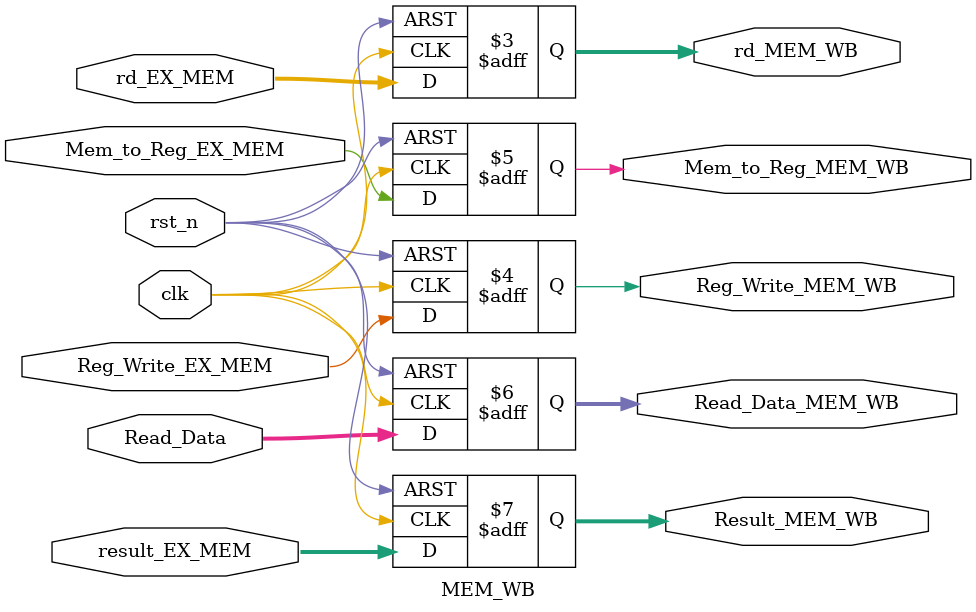
<source format=v>
/* verilator lint_off MULTITOP */
`timescale 1ns / 1ns

module MEM_WB(
    input wire clk, rst_n,
    input wire Reg_Write_EX_MEM,
    input wire [31:0] result_EX_MEM,
    input wire Mem_to_Reg_EX_MEM,
    input wire [31:0] Read_Data,
    input wire [4:0] rd_EX_MEM,
    
    output reg [4:0] rd_MEM_WB,
    output reg Reg_Write_MEM_WB, Mem_to_Reg_MEM_WB,
    output reg [31:0] Read_Data_MEM_WB, Result_MEM_WB
);

    always@(posedge clk or negedge rst_n) begin
        if(!rst_n) begin
            rd_MEM_WB         <= 0;
            Read_Data_MEM_WB  <= 0;
            Reg_Write_MEM_WB  <= 0;
            Mem_to_Reg_MEM_WB <= 0;
            Result_MEM_WB     <= 0;
        end
        else begin               
            rd_MEM_WB         <= rd_EX_MEM;
            Read_Data_MEM_WB  <= Read_Data;
            Reg_Write_MEM_WB  <= Reg_Write_EX_MEM;
            Mem_to_Reg_MEM_WB <= Mem_to_Reg_EX_MEM;
            Result_MEM_WB     <= result_EX_MEM;   
        end
    end

endmodule

</source>
